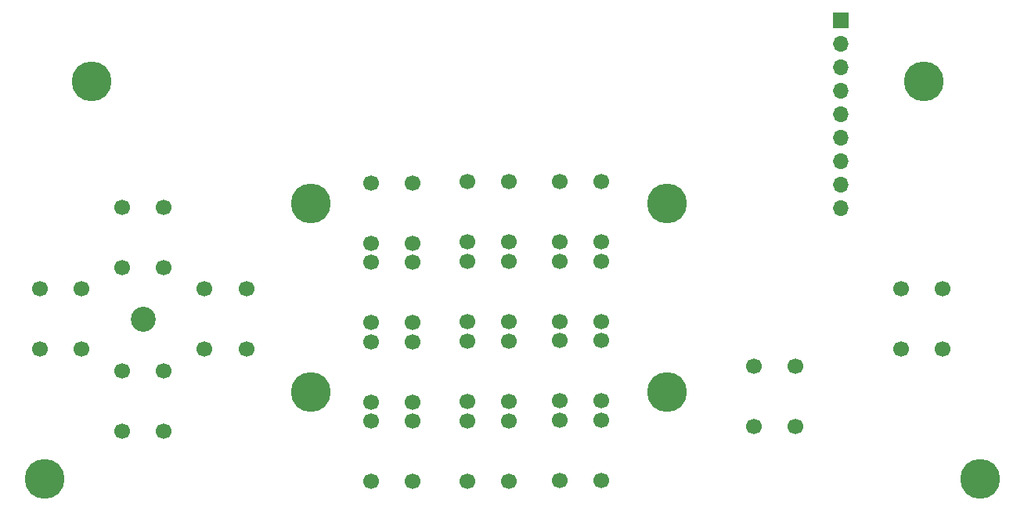
<source format=gbs>
G04 #@! TF.GenerationSoftware,KiCad,Pcbnew,8.0.3*
G04 #@! TF.CreationDate,2024-07-30T16:09:55+10:00*
G04 #@! TF.ProjectId,colecovision_controller,636f6c65-636f-4766-9973-696f6e5f636f,rev?*
G04 #@! TF.SameCoordinates,Original*
G04 #@! TF.FileFunction,Soldermask,Bot*
G04 #@! TF.FilePolarity,Negative*
%FSLAX46Y46*%
G04 Gerber Fmt 4.6, Leading zero omitted, Abs format (unit mm)*
G04 Created by KiCad (PCBNEW 8.0.3) date 2024-07-30 16:09:55*
%MOMM*%
%LPD*%
G01*
G04 APERTURE LIST*
%ADD10C,4.300000*%
%ADD11C,1.700000*%
%ADD12C,2.700000*%
%ADD13R,1.700000X1.700000*%
%ADD14O,1.700000X1.700000*%
G04 APERTURE END LIST*
D10*
X121539000Y-116332000D03*
D11*
X169418000Y-120015000D03*
X169418000Y-113515000D03*
X173918000Y-120015000D03*
X173918000Y-113515000D03*
D10*
X160020000Y-116332000D03*
X193929000Y-125730000D03*
D11*
X189865000Y-105172000D03*
X189865000Y-111672000D03*
X185365000Y-105172000D03*
X185365000Y-111672000D03*
D10*
X160020000Y-95885000D03*
X97790000Y-82677000D03*
D12*
X103378000Y-108422000D03*
D11*
X101128000Y-120523000D03*
X101128000Y-114023000D03*
X105628000Y-120523000D03*
X105628000Y-114023000D03*
X101128000Y-102870000D03*
X101128000Y-96370000D03*
X105628000Y-102870000D03*
X105628000Y-96370000D03*
X148463000Y-100076000D03*
X148463000Y-93576000D03*
X152963000Y-100076000D03*
X152963000Y-93576000D03*
X148463000Y-117263332D03*
X148463000Y-110763332D03*
X152963000Y-117263332D03*
X152963000Y-110763332D03*
X148463000Y-125857000D03*
X148463000Y-119357000D03*
X152963000Y-125857000D03*
X152963000Y-119357000D03*
D10*
X121539000Y-95885000D03*
D11*
X138430000Y-125984000D03*
X138430000Y-119484000D03*
X142930000Y-125984000D03*
X142930000Y-119484000D03*
X128016000Y-108796666D03*
X128016000Y-102296666D03*
X132516000Y-108796666D03*
X132516000Y-102296666D03*
X128016000Y-100203000D03*
X128016000Y-93703000D03*
X132516000Y-100203000D03*
X132516000Y-93703000D03*
X128016000Y-117390332D03*
X128016000Y-110890332D03*
X132516000Y-117390332D03*
X132516000Y-110890332D03*
X148463000Y-108669666D03*
X148463000Y-102169666D03*
X152963000Y-108669666D03*
X152963000Y-102169666D03*
D10*
X92710000Y-125730000D03*
D11*
X138430000Y-117348000D03*
X138430000Y-110848000D03*
X142930000Y-117348000D03*
X142930000Y-110848000D03*
D13*
X178816000Y-76073000D03*
D14*
X178816000Y-78613000D03*
X178816000Y-81153000D03*
X178816000Y-83693000D03*
X178816000Y-86233000D03*
X178816000Y-88773000D03*
X178816000Y-91313000D03*
X178816000Y-93853000D03*
X178816000Y-96393000D03*
D11*
X92202000Y-111672000D03*
X92202000Y-105172000D03*
X96702000Y-111672000D03*
X96702000Y-105172000D03*
X138430000Y-100076000D03*
X138430000Y-93576000D03*
X142930000Y-100076000D03*
X142930000Y-93576000D03*
X138430000Y-108712000D03*
X138430000Y-102212000D03*
X142930000Y-108712000D03*
X142930000Y-102212000D03*
X128016000Y-125984000D03*
X128016000Y-119484000D03*
X132516000Y-125984000D03*
X132516000Y-119484000D03*
D10*
X187833000Y-82677000D03*
D11*
X114554000Y-105172000D03*
X114554000Y-111672000D03*
X110054000Y-105172000D03*
X110054000Y-111672000D03*
M02*

</source>
